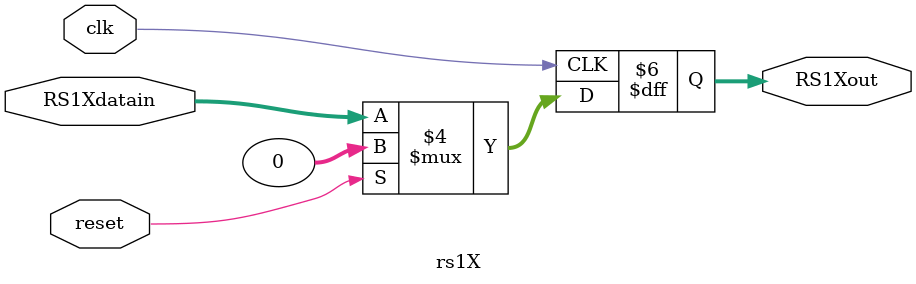
<source format=v>
module rs1X (
    input wire clk,           // Señal de reloj
    input wire reset,         // Señal de reinicio
    input wire [31:0] RS1Xdatain, // Entrada de datos
    output reg [31:0] RS1Xout
);

always @(negedge clk) begin
    if (reset == 1) begin
        RS1Xout <= 32'b00000000000000000000000000000000;
    end
    else begin
        RS1Xout <= RS1Xdatain;
    end
end

endmodule
</source>
